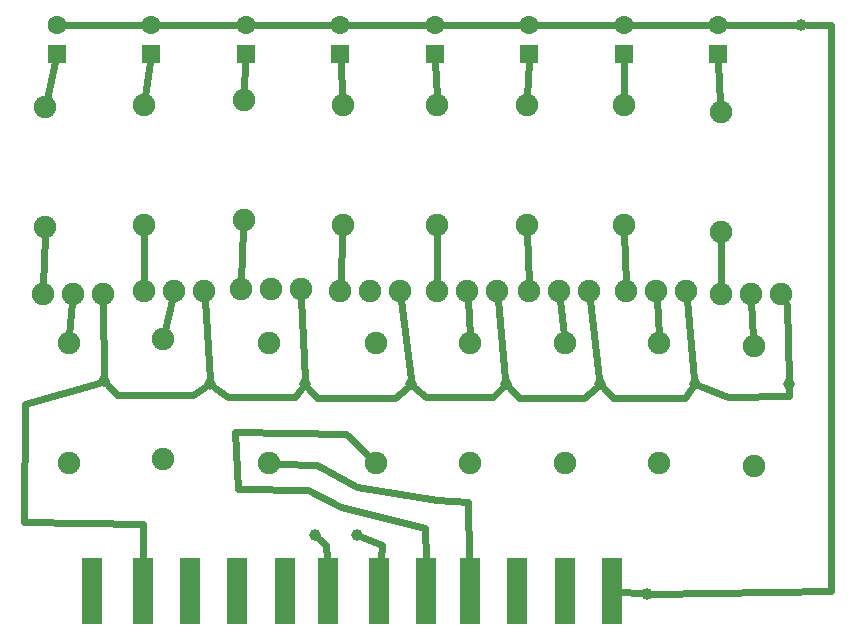
<source format=gtl>
G04 MADE WITH FRITZING*
G04 WWW.FRITZING.ORG*
G04 DOUBLE SIDED*
G04 HOLES PLATED*
G04 CONTOUR ON CENTER OF CONTOUR VECTOR*
%ASAXBY*%
%FSLAX23Y23*%
%MOIN*%
%OFA0B0*%
%SFA1.0B1.0*%
%ADD10C,0.039370*%
%ADD11C,0.075000*%
%ADD12C,0.062992*%
%ADD13R,0.066097X0.223103*%
%ADD14R,0.062992X0.062992*%
%ADD15C,0.024000*%
%LNCOPPER1*%
G90*
G70*
G54D10*
X2239Y127D03*
G54D11*
X2685Y1128D03*
X2585Y1128D03*
X2485Y1128D03*
X2370Y1136D03*
X2270Y1136D03*
X2170Y1136D03*
X2047Y1136D03*
X1947Y1136D03*
X1847Y1136D03*
X1740Y1136D03*
X1640Y1136D03*
X1540Y1136D03*
X1417Y1136D03*
X1317Y1136D03*
X1217Y1136D03*
X1087Y1143D03*
X987Y1143D03*
X887Y1143D03*
X764Y1136D03*
X664Y1136D03*
X564Y1136D03*
X425Y1128D03*
X325Y1128D03*
X225Y1128D03*
X233Y1750D03*
X233Y1350D03*
X2485Y1734D03*
X2485Y1334D03*
X2162Y1758D03*
X2162Y1358D03*
X1840Y1758D03*
X1840Y1358D03*
X1540Y1758D03*
X1540Y1358D03*
X1225Y1758D03*
X1225Y1358D03*
X895Y1773D03*
X895Y1373D03*
X564Y1758D03*
X564Y1358D03*
X2595Y953D03*
X2595Y553D03*
X2280Y962D03*
X2280Y562D03*
X1966Y962D03*
X1966Y562D03*
X1651Y962D03*
X1651Y562D03*
X1336Y962D03*
X1336Y562D03*
X981Y962D03*
X981Y562D03*
X627Y978D03*
X627Y578D03*
X312Y962D03*
X312Y562D03*
G54D12*
X2477Y1927D03*
X2477Y2025D03*
X2162Y1927D03*
X2162Y2025D03*
X1847Y1927D03*
X1847Y2025D03*
X1532Y1927D03*
X1532Y2025D03*
X1217Y1927D03*
X1217Y2025D03*
X903Y1927D03*
X903Y2025D03*
X588Y1927D03*
X588Y2025D03*
X273Y1927D03*
X273Y2025D03*
G54D10*
X2753Y2025D03*
X430Y836D03*
X784Y826D03*
X1099Y826D03*
X1454Y826D03*
X1769Y826D03*
X2084Y826D03*
X2399Y826D03*
X2714Y826D03*
X1133Y323D03*
X1273Y323D03*
G54D13*
X2123Y136D03*
X1966Y136D03*
X1808Y136D03*
X1651Y136D03*
X1504Y136D03*
X1347Y136D03*
X1178Y136D03*
X1032Y136D03*
X874Y136D03*
X717Y136D03*
X559Y136D03*
X391Y136D03*
G54D14*
X2477Y1927D03*
X2162Y1927D03*
X1847Y1927D03*
X1532Y1927D03*
X1217Y1927D03*
X903Y1927D03*
X588Y1927D03*
X273Y1927D03*
G54D15*
X1821Y2025D02*
X1559Y2025D01*
D02*
X163Y367D02*
X559Y359D01*
D02*
X167Y759D02*
X163Y367D01*
D02*
X559Y359D02*
X559Y242D01*
D02*
X412Y830D02*
X167Y759D01*
D02*
X2852Y136D02*
X2852Y2022D01*
D02*
X2852Y2022D02*
X2772Y2025D01*
D02*
X2587Y1099D02*
X2594Y982D01*
D02*
X876Y2025D02*
X614Y2025D01*
D02*
X323Y1099D02*
X314Y991D01*
D02*
X1642Y1107D02*
X1649Y991D01*
D02*
X2272Y1107D02*
X2279Y991D01*
D02*
X1950Y1107D02*
X1963Y991D01*
D02*
X657Y1108D02*
X633Y1006D01*
D02*
X2151Y134D02*
X2220Y129D01*
D02*
X564Y1329D02*
X564Y1164D01*
D02*
X584Y1900D02*
X568Y1786D01*
D02*
X894Y1345D02*
X888Y1172D01*
D02*
X1224Y1329D02*
X1219Y1164D01*
D02*
X1540Y1329D02*
X1540Y1164D01*
D02*
X1841Y1329D02*
X1846Y1164D01*
D02*
X2163Y1329D02*
X2169Y1164D01*
D02*
X2485Y1305D02*
X2485Y1156D01*
D02*
X2478Y1900D02*
X2484Y1763D01*
D02*
X2162Y1900D02*
X2162Y1786D01*
D02*
X1846Y1900D02*
X1841Y1786D01*
D02*
X1534Y1900D02*
X1539Y1786D01*
D02*
X1219Y1900D02*
X1224Y1786D01*
D02*
X901Y1900D02*
X896Y1802D01*
D02*
X2189Y2025D02*
X2450Y2025D01*
D02*
X561Y2025D02*
X299Y2025D01*
D02*
X1244Y2025D02*
X1506Y2025D01*
D02*
X2136Y2025D02*
X1874Y2025D01*
D02*
X430Y855D02*
X426Y1099D01*
D02*
X783Y845D02*
X766Y1107D01*
D02*
X1099Y845D02*
X1088Y1115D01*
D02*
X1452Y844D02*
X1421Y1107D01*
D02*
X1767Y845D02*
X1743Y1107D01*
D02*
X2081Y844D02*
X2051Y1107D01*
D02*
X2397Y845D02*
X2373Y1107D01*
D02*
X2707Y1089D02*
X2699Y1103D01*
D02*
X2713Y845D02*
X2707Y1089D01*
D02*
X768Y816D02*
X725Y790D01*
D02*
X2416Y819D02*
X2511Y784D01*
D02*
X2069Y813D02*
X2031Y780D01*
D02*
X1755Y812D02*
X1727Y784D01*
D02*
X1439Y813D02*
X1400Y780D01*
D02*
X800Y814D02*
X842Y784D01*
D02*
X2388Y810D02*
X2368Y780D01*
D02*
X2734Y2025D02*
X2504Y2025D01*
D02*
X232Y1321D02*
X226Y1156D01*
D02*
X267Y1901D02*
X239Y1778D01*
D02*
X1191Y2025D02*
X929Y2025D01*
D02*
X2712Y787D02*
X2713Y807D01*
D02*
X2511Y784D02*
X2712Y787D01*
D02*
X2852Y136D02*
X2258Y128D01*
D02*
X1220Y416D02*
X1109Y473D01*
D02*
X1109Y473D02*
X876Y476D01*
D02*
X1273Y483D02*
X1139Y557D01*
D02*
X1540Y440D02*
X1273Y483D01*
D02*
X1356Y289D02*
X1353Y242D01*
D02*
X1291Y316D02*
X1356Y289D01*
D02*
X1169Y289D02*
X1172Y242D01*
D02*
X1147Y310D02*
X1169Y289D01*
D02*
X876Y476D02*
X866Y667D01*
D02*
X866Y667D02*
X1236Y660D01*
D02*
X1236Y660D02*
X1315Y582D01*
D02*
X1500Y346D02*
X1219Y416D01*
D02*
X1502Y242D02*
X1500Y346D01*
D02*
X1139Y557D02*
X1010Y561D01*
D02*
X1643Y433D02*
X1540Y440D01*
D02*
X1648Y242D02*
X1643Y433D01*
D02*
X842Y784D02*
X1066Y784D01*
D02*
X472Y790D02*
X443Y822D01*
D02*
X725Y790D02*
X472Y790D01*
D02*
X1066Y784D02*
X1088Y811D01*
D02*
X1139Y780D02*
X1112Y811D01*
D02*
X1400Y780D02*
X1139Y780D01*
D02*
X1503Y784D02*
X1468Y813D01*
D02*
X1727Y784D02*
X1503Y784D01*
D02*
X1814Y780D02*
X1782Y812D01*
D02*
X2031Y780D02*
X1814Y780D01*
D02*
X2127Y780D02*
X2097Y812D01*
D02*
X2368Y780D02*
X2127Y780D01*
G04 End of Copper1*
M02*
</source>
